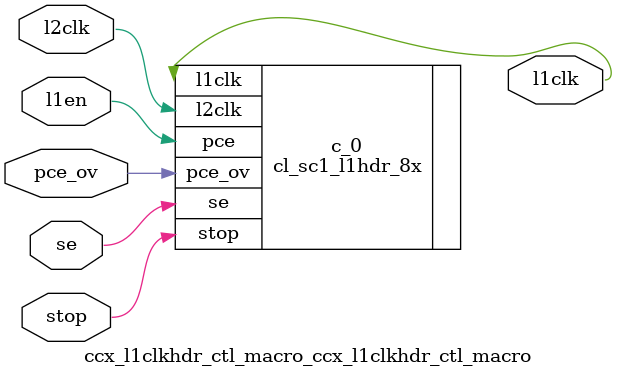
<source format=v>
module ccx_l1clkhdr_ctl_macro_ccx_l1clkhdr_ctl_macro (
  l2clk, 
  l1en, 
  pce_ov, 
  stop, 
  se, 
  l1clk);


  input l2clk;
  input l1en;
  input pce_ov;
  input stop;
  input se;
  output l1clk;



 

cl_sc1_l1hdr_8x c_0 (


   .l2clk(l2clk),
   .pce(l1en),
   .l1clk(l1clk),
  .se(se),
  .pce_ov(pce_ov),
  .stop(stop)
);






endmodule









</source>
